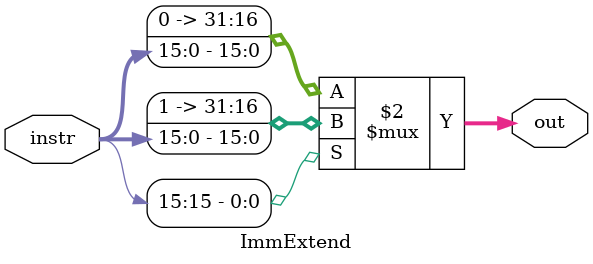
<source format=v>
`timescale 1ns / 1ps
module ImmExtend(
    input [15:0] instr,
	 output [31:0] out
    );
	 
	 assign out = (instr[15] == 1'b1) ? {16'b1111_1111_1111_1111, instr[15:0]}:
						{16'b0000_0000_0000_0000, instr[15:0]};
//	 if(instr[16] == 1'b1)
//		assign out = {16'b1111_1111_1111_1111, instr[16:31]};
//	 else
//		assign out = {16'b0000_0000_0000_0000, instr[16:31]};


endmodule

</source>
